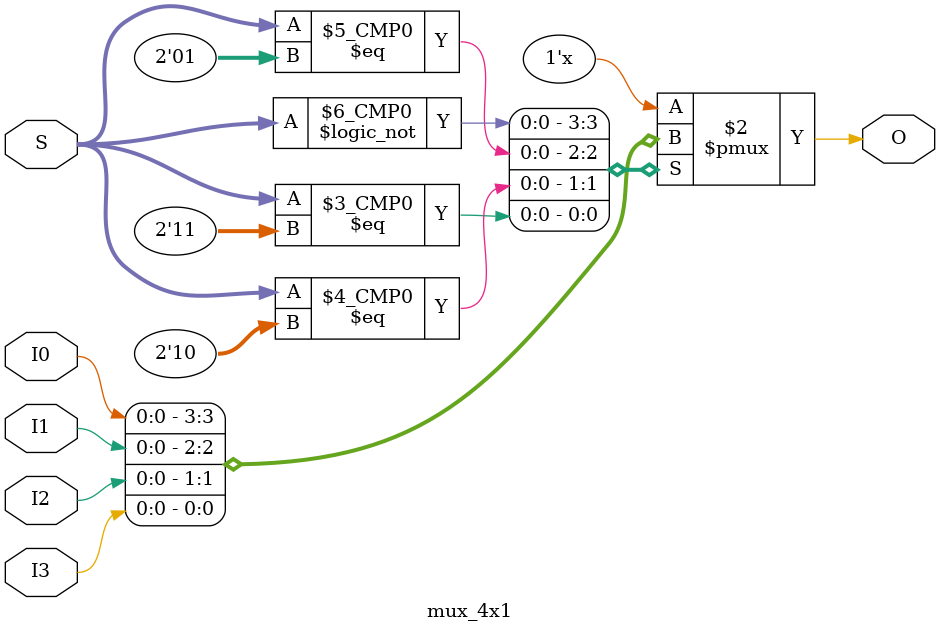
<source format=v>
module mux_4x1(I0,I1,I2,I3,S,O);
input I0,I1,I2,I3;
input [1:0]S;
output reg O;

always@(*)
begin
case(S)
 2'b00 :O<=I0;
 2'b01 :O<=I1;
 2'b10 :O<=I2;
 2'b11 :O<=I3;
endcase
end
endmodule

</source>
